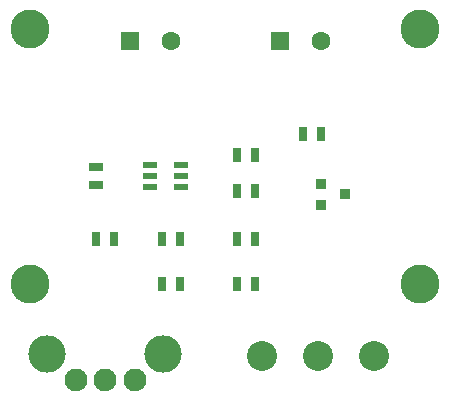
<source format=gts>
G04 (created by PCBNEW (2013-mar-13)-testing) date Sun 09 Feb 2014 10:32:50 PM PST*
%MOIN*%
G04 Gerber Fmt 3.4, Leading zero omitted, Abs format*
%FSLAX34Y34*%
G01*
G70*
G90*
G04 APERTURE LIST*
%ADD10C,0.005906*%
%ADD11R,0.025000X0.045000*%
%ADD12R,0.063000X0.063000*%
%ADD13C,0.063000*%
%ADD14R,0.036000X0.036000*%
%ADD15R,0.045000X0.025000*%
%ADD16C,0.076000*%
%ADD17C,0.125000*%
%ADD18C,0.100000*%
%ADD19R,0.048031X0.024409*%
%ADD20C,0.130000*%
G04 APERTURE END LIST*
G54D10*
G54D11*
X17900Y-16400D03*
X18500Y-16400D03*
X20700Y-14500D03*
X20100Y-14500D03*
G54D12*
X14311Y-11400D03*
G54D13*
X15689Y-11400D03*
G54D12*
X19311Y-11400D03*
G54D13*
X20689Y-11400D03*
G54D14*
X20700Y-16850D03*
X20700Y-16150D03*
X21500Y-16500D03*
G54D11*
X13800Y-18000D03*
X13200Y-18000D03*
X17900Y-18000D03*
X18500Y-18000D03*
X18500Y-15200D03*
X17900Y-15200D03*
G54D15*
X13200Y-16200D03*
X13200Y-15600D03*
G54D11*
X18500Y-19500D03*
X17900Y-19500D03*
G54D16*
X12516Y-22700D03*
X13500Y-22700D03*
X14484Y-22700D03*
G54D17*
X11570Y-21834D03*
X15430Y-21834D03*
G54D18*
X18730Y-21900D03*
X20600Y-21900D03*
X22470Y-21900D03*
G54D19*
X16015Y-15525D03*
X16015Y-15900D03*
X16015Y-16274D03*
X14984Y-16274D03*
X14984Y-15900D03*
X14984Y-15525D03*
G54D20*
X11000Y-19500D03*
X24000Y-11000D03*
X11000Y-11000D03*
X24000Y-19500D03*
G54D11*
X15400Y-19500D03*
X16000Y-19500D03*
X16000Y-18000D03*
X15400Y-18000D03*
M02*

</source>
